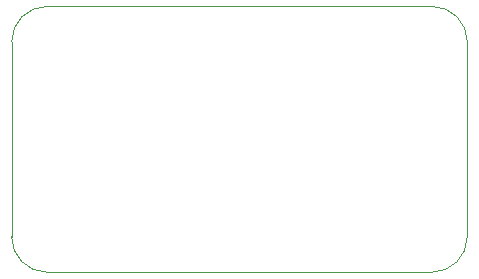
<source format=gbr>
%TF.GenerationSoftware,Altium Limited,Altium Designer,20.0.10 (225)*%
G04 Layer_Color=0*
%FSLAX26Y26*%
%MOIN*%
%TF.FileFunction,Profile,NP*%
%TF.Part,Single*%
G01*
G75*
%TA.AperFunction,Profile*%
%ADD25C,0.001000*%
D25*
X1650000Y3937008D02*
Y4586890D01*
D02*
G02*
X1768110Y4705000I118110J0D01*
G01*
Y4705000D01*
X3051181D01*
Y4705000D01*
D02*
G02*
X3169291Y4586890I0J-118110D01*
G01*
Y3937008D01*
D02*
G02*
X3051181Y3818898I-118110J0D01*
G01*
Y3818898D01*
X1768110D01*
Y3818898D01*
D02*
G02*
X1650000Y3937008I0J118110D01*
G01*
%TF.MD5,071feac218ab2ecbc4bea8ce7badac3f*%
M02*

</source>
